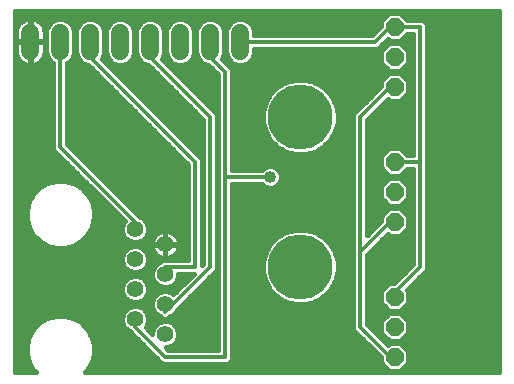
<source format=gtl>
G75*
%MOIN*%
%OFA0B0*%
%FSLAX24Y24*%
%IPPOS*%
%LPD*%
%AMOC8*
5,1,8,0,0,1.08239X$1,22.5*
%
%ADD10C,0.0554*%
%ADD11C,0.0600*%
%ADD12OC8,0.0594*%
%ADD13C,0.0160*%
%ADD14C,0.0140*%
%ADD15C,0.0400*%
%ADD16C,0.2165*%
D10*
X005704Y001930D03*
X004704Y002430D03*
X005704Y002930D03*
X004704Y003430D03*
X005704Y003930D03*
X004704Y004430D03*
X005704Y004930D03*
X004704Y005430D03*
D11*
X005204Y011380D02*
X005204Y011980D01*
X004204Y011980D02*
X004204Y011380D01*
X003204Y011380D02*
X003204Y011980D01*
X002204Y011980D02*
X002204Y011380D01*
X001204Y011380D02*
X001204Y011980D01*
X006204Y011980D02*
X006204Y011380D01*
X007204Y011380D02*
X007204Y011980D01*
X008204Y011980D02*
X008204Y011380D01*
D12*
X013354Y011180D03*
X013354Y012180D03*
X013354Y010180D03*
X013354Y007680D03*
X013354Y006680D03*
X013354Y005680D03*
X013354Y003180D03*
X013354Y002180D03*
X013354Y001180D03*
D13*
X000684Y000660D02*
X000684Y012696D01*
X016844Y012696D01*
X016844Y000660D01*
X003018Y000660D01*
X003100Y000742D01*
X003247Y000998D01*
X003324Y001283D01*
X003324Y001577D01*
X003247Y001862D01*
X003100Y002118D01*
X002891Y002326D01*
X002636Y002474D01*
X002351Y002550D01*
X002056Y002550D01*
X001771Y002474D01*
X001516Y002326D01*
X001308Y002118D01*
X001160Y001862D01*
X001084Y001577D01*
X001084Y001283D01*
X001160Y000998D01*
X001308Y000742D01*
X001390Y000660D01*
X000684Y000660D01*
X000684Y000814D02*
X001266Y000814D01*
X001175Y000973D02*
X000684Y000973D01*
X000684Y001131D02*
X001124Y001131D01*
X001084Y001290D02*
X000684Y001290D01*
X000684Y001448D02*
X001084Y001448D01*
X001092Y001607D02*
X000684Y001607D01*
X000684Y001765D02*
X001134Y001765D01*
X001195Y001924D02*
X000684Y001924D01*
X000684Y002082D02*
X001287Y002082D01*
X001430Y002241D02*
X000684Y002241D01*
X000684Y002399D02*
X001642Y002399D01*
X002765Y002399D02*
X004267Y002399D01*
X004267Y002343D02*
X004333Y002182D01*
X004456Y002059D01*
X004530Y002029D01*
X004609Y001950D01*
X005474Y001085D01*
X005609Y000950D01*
X007799Y000950D01*
X007934Y001085D01*
X007934Y006950D01*
X008925Y006950D01*
X009000Y006875D01*
X009132Y006820D01*
X009275Y006820D01*
X009408Y006875D01*
X009509Y006976D01*
X009564Y007108D01*
X009564Y007252D01*
X009509Y007384D01*
X009408Y007485D01*
X009275Y007540D01*
X009132Y007540D01*
X009000Y007485D01*
X008925Y007410D01*
X007934Y007410D01*
X007934Y010775D01*
X007592Y011117D01*
X007594Y011119D01*
X007664Y011288D01*
X007664Y012071D01*
X007594Y012241D01*
X007464Y012370D01*
X007295Y012440D01*
X007112Y012440D01*
X006943Y012370D01*
X006814Y012241D01*
X006744Y012071D01*
X006744Y011288D01*
X006814Y011119D01*
X006943Y010990D01*
X007112Y010920D01*
X007139Y010920D01*
X007474Y010585D01*
X007474Y001410D01*
X005799Y001410D01*
X005716Y001493D01*
X005791Y001493D01*
X005951Y001559D01*
X006074Y001682D01*
X006141Y001843D01*
X006141Y002017D01*
X006074Y002178D01*
X005951Y002301D01*
X005791Y002367D01*
X005617Y002367D01*
X005456Y002301D01*
X005333Y002178D01*
X005267Y002017D01*
X005267Y001942D01*
X005051Y002159D01*
X005074Y002182D01*
X005141Y002343D01*
X005141Y002517D01*
X005074Y002678D01*
X004951Y002801D01*
X004791Y002867D01*
X004617Y002867D01*
X004456Y002801D01*
X004333Y002678D01*
X004267Y002517D01*
X004267Y002343D01*
X004309Y002241D02*
X002977Y002241D01*
X003121Y002082D02*
X004434Y002082D01*
X004609Y001950D02*
X004609Y001950D01*
X004635Y001924D02*
X003212Y001924D01*
X003274Y001765D02*
X004794Y001765D01*
X004952Y001607D02*
X003316Y001607D01*
X003324Y001448D02*
X005111Y001448D01*
X005269Y001290D02*
X003324Y001290D01*
X003283Y001131D02*
X005428Y001131D01*
X005586Y000973D02*
X003233Y000973D01*
X003141Y000814D02*
X013074Y000814D01*
X013165Y000723D02*
X012897Y000991D01*
X012897Y001162D01*
X012109Y001950D01*
X011974Y002085D01*
X011974Y009275D01*
X012109Y009410D01*
X012897Y010198D01*
X012897Y010369D01*
X013165Y010637D01*
X013543Y010637D01*
X013811Y010369D01*
X013811Y009991D01*
X013543Y009723D01*
X013165Y009723D01*
X013118Y009769D01*
X012434Y009085D01*
X012434Y005235D01*
X012897Y005698D01*
X012897Y005869D01*
X013165Y006137D01*
X013543Y006137D01*
X013811Y005869D01*
X013811Y005491D01*
X013543Y005223D01*
X013165Y005223D01*
X013118Y005269D01*
X012434Y004585D01*
X012434Y002275D01*
X013118Y001591D01*
X013165Y001637D01*
X013543Y001637D01*
X013811Y001369D01*
X013811Y000991D01*
X013543Y000723D01*
X013165Y000723D01*
X013634Y000814D02*
X016844Y000814D01*
X016844Y000973D02*
X013792Y000973D01*
X013811Y001131D02*
X016844Y001131D01*
X016844Y001290D02*
X013811Y001290D01*
X013732Y001448D02*
X016844Y001448D01*
X016844Y001607D02*
X013573Y001607D01*
X013543Y001723D02*
X013165Y001723D01*
X012897Y001991D01*
X012897Y002369D01*
X013165Y002637D01*
X013543Y002637D01*
X013811Y002369D01*
X013811Y001991D01*
X013543Y001723D01*
X013585Y001765D02*
X016844Y001765D01*
X016844Y001924D02*
X013743Y001924D01*
X013811Y002082D02*
X016844Y002082D01*
X016844Y002241D02*
X013811Y002241D01*
X013781Y002399D02*
X016844Y002399D01*
X016844Y002558D02*
X013622Y002558D01*
X013543Y002723D02*
X013165Y002723D01*
X012897Y002991D01*
X012897Y003369D01*
X013165Y003637D01*
X013335Y003637D01*
X013974Y004275D01*
X013974Y007450D01*
X013770Y007450D01*
X013543Y007223D01*
X013165Y007223D01*
X012897Y007491D01*
X012897Y007869D01*
X013165Y008137D01*
X013543Y008137D01*
X013770Y007910D01*
X013974Y007910D01*
X013974Y011950D01*
X013770Y011950D01*
X013543Y011723D01*
X013165Y011723D01*
X013118Y011769D01*
X012799Y011450D01*
X008664Y011450D01*
X008664Y011288D01*
X008594Y011119D01*
X008464Y010990D01*
X008295Y010920D01*
X008112Y010920D01*
X007943Y010990D01*
X007814Y011119D01*
X007744Y011288D01*
X007744Y012071D01*
X007814Y012241D01*
X007943Y012370D01*
X008112Y012440D01*
X008295Y012440D01*
X008464Y012370D01*
X008594Y012241D01*
X008664Y012071D01*
X008664Y011910D01*
X012609Y011910D01*
X012897Y012198D01*
X012897Y012369D01*
X013165Y012637D01*
X013543Y012637D01*
X013770Y012410D01*
X014299Y012410D01*
X014434Y012275D01*
X014434Y004085D01*
X013764Y003415D01*
X013811Y003369D01*
X013811Y002991D01*
X013543Y002723D01*
X013694Y002875D02*
X016844Y002875D01*
X016844Y003033D02*
X013811Y003033D01*
X013811Y003192D02*
X016844Y003192D01*
X016844Y003350D02*
X013811Y003350D01*
X013858Y003509D02*
X016844Y003509D01*
X016844Y003667D02*
X014016Y003667D01*
X014175Y003826D02*
X016844Y003826D01*
X016844Y003984D02*
X014333Y003984D01*
X014434Y004143D02*
X016844Y004143D01*
X016844Y004301D02*
X014434Y004301D01*
X014434Y004460D02*
X016844Y004460D01*
X016844Y004618D02*
X014434Y004618D01*
X014434Y004777D02*
X016844Y004777D01*
X016844Y004935D02*
X014434Y004935D01*
X014434Y005094D02*
X016844Y005094D01*
X016844Y005252D02*
X014434Y005252D01*
X014434Y005411D02*
X016844Y005411D01*
X016844Y005569D02*
X014434Y005569D01*
X014434Y005728D02*
X016844Y005728D01*
X016844Y005886D02*
X014434Y005886D01*
X013974Y005886D02*
X013794Y005886D01*
X013811Y005728D02*
X013974Y005728D01*
X013974Y005569D02*
X013811Y005569D01*
X013730Y005411D02*
X013974Y005411D01*
X013974Y005252D02*
X013572Y005252D01*
X013136Y005252D02*
X013101Y005252D01*
X012943Y005094D02*
X013974Y005094D01*
X013974Y004935D02*
X012784Y004935D01*
X012626Y004777D02*
X013974Y004777D01*
X013974Y004618D02*
X012467Y004618D01*
X012434Y004460D02*
X013974Y004460D01*
X013974Y004301D02*
X012434Y004301D01*
X011974Y004301D02*
X011446Y004301D01*
X011446Y004344D02*
X011362Y004660D01*
X011198Y004943D01*
X010967Y005174D01*
X010683Y005338D01*
X010367Y005423D01*
X010040Y005423D01*
X009724Y005338D01*
X009441Y005174D01*
X009209Y004943D01*
X009046Y004660D01*
X008961Y004344D01*
X008961Y004016D01*
X009046Y003700D01*
X009209Y003417D01*
X009441Y003186D01*
X009724Y003022D01*
X010040Y002937D01*
X010367Y002937D01*
X010683Y003022D01*
X010967Y003186D01*
X011198Y003417D01*
X011362Y003700D01*
X011446Y004016D01*
X011446Y004344D01*
X011415Y004460D02*
X011974Y004460D01*
X011974Y004618D02*
X011373Y004618D01*
X011294Y004777D02*
X011974Y004777D01*
X011974Y004935D02*
X011203Y004935D01*
X011048Y005094D02*
X011974Y005094D01*
X011974Y005252D02*
X010832Y005252D01*
X010413Y005411D02*
X011974Y005411D01*
X011974Y005569D02*
X007934Y005569D01*
X007934Y005411D02*
X009995Y005411D01*
X009575Y005252D02*
X007934Y005252D01*
X007474Y005252D02*
X007434Y005252D01*
X007434Y005411D02*
X007474Y005411D01*
X007474Y005569D02*
X007434Y005569D01*
X007434Y005728D02*
X007474Y005728D01*
X007474Y005886D02*
X007434Y005886D01*
X006974Y005886D02*
X006934Y005886D01*
X006934Y005728D02*
X006974Y005728D01*
X006974Y005569D02*
X006934Y005569D01*
X006934Y005411D02*
X006974Y005411D01*
X006974Y005252D02*
X006934Y005252D01*
X006474Y005252D02*
X006028Y005252D01*
X006052Y005228D02*
X006002Y005279D01*
X005943Y005321D01*
X005879Y005354D01*
X005811Y005376D01*
X005740Y005387D01*
X005712Y005387D01*
X005712Y004939D01*
X005695Y004939D01*
X005695Y005387D01*
X005668Y005387D01*
X005597Y005376D01*
X005528Y005354D01*
X005464Y005321D01*
X005406Y005279D01*
X005355Y005228D01*
X005313Y005170D01*
X005280Y005105D01*
X005258Y005037D01*
X005247Y004966D01*
X005247Y004939D01*
X005695Y004939D01*
X005695Y004921D01*
X005712Y004921D01*
X005712Y004473D01*
X005740Y004473D01*
X005811Y004484D01*
X005879Y004506D01*
X005943Y004539D01*
X006002Y004581D01*
X006052Y004632D01*
X006095Y004690D01*
X006127Y004755D01*
X006150Y004823D01*
X006161Y004894D01*
X006161Y004921D01*
X005712Y004921D01*
X005712Y004939D01*
X006161Y004939D01*
X006161Y004966D01*
X006150Y005037D01*
X006127Y005105D01*
X006095Y005170D01*
X006052Y005228D01*
X006131Y005094D02*
X006474Y005094D01*
X006474Y004935D02*
X005712Y004935D01*
X005695Y004935D02*
X002720Y004935D01*
X002636Y004886D02*
X002891Y005034D01*
X003100Y005242D01*
X003247Y005498D01*
X003324Y005783D01*
X003324Y006077D01*
X003247Y006362D01*
X003100Y006618D01*
X002891Y006826D01*
X002636Y006974D01*
X002351Y007050D01*
X002056Y007050D01*
X001771Y006974D01*
X001516Y006826D01*
X001308Y006618D01*
X001160Y006362D01*
X001084Y006077D01*
X001084Y005783D01*
X001160Y005498D01*
X001308Y005242D01*
X001516Y005034D01*
X001771Y004886D01*
X002056Y004810D01*
X002351Y004810D01*
X002636Y004886D01*
X002951Y005094D02*
X004422Y005094D01*
X004456Y005059D02*
X004617Y004993D01*
X004791Y004993D01*
X004951Y005059D01*
X005074Y005182D01*
X005141Y005343D01*
X005141Y005517D01*
X005074Y005678D01*
X004951Y005801D01*
X004878Y005831D01*
X004799Y005910D01*
X002434Y008275D01*
X002434Y010977D01*
X002464Y010990D01*
X002594Y011119D01*
X002664Y011288D01*
X002664Y012071D01*
X002594Y012241D01*
X002464Y012370D01*
X002295Y012440D01*
X002112Y012440D01*
X001943Y012370D01*
X001814Y012241D01*
X001744Y012071D01*
X001744Y011288D01*
X001814Y011119D01*
X001943Y010990D01*
X001974Y010977D01*
X001974Y008085D01*
X002109Y007950D01*
X004357Y005701D01*
X004333Y005678D01*
X004267Y005517D01*
X004267Y005343D01*
X004333Y005182D01*
X004456Y005059D01*
X004617Y004867D02*
X004456Y004801D01*
X004333Y004678D01*
X004267Y004517D01*
X004267Y004343D01*
X004333Y004182D01*
X004456Y004059D01*
X004617Y003993D01*
X004791Y003993D01*
X004951Y004059D01*
X005074Y004182D01*
X005141Y004343D01*
X005141Y004517D01*
X005074Y004678D01*
X004951Y004801D01*
X004791Y004867D01*
X004617Y004867D01*
X004432Y004777D02*
X000684Y004777D01*
X000684Y004935D02*
X001687Y004935D01*
X001456Y005094D02*
X000684Y005094D01*
X000684Y005252D02*
X001302Y005252D01*
X001210Y005411D02*
X000684Y005411D01*
X000684Y005569D02*
X001141Y005569D01*
X001099Y005728D02*
X000684Y005728D01*
X000684Y005886D02*
X001084Y005886D01*
X001084Y006045D02*
X000684Y006045D01*
X000684Y006203D02*
X001117Y006203D01*
X001160Y006362D02*
X000684Y006362D01*
X000684Y006520D02*
X001251Y006520D01*
X001368Y006679D02*
X000684Y006679D01*
X000684Y006837D02*
X001535Y006837D01*
X001853Y006996D02*
X000684Y006996D01*
X000684Y007154D02*
X002904Y007154D01*
X002746Y007313D02*
X000684Y007313D01*
X000684Y007471D02*
X002587Y007471D01*
X002429Y007630D02*
X000684Y007630D01*
X000684Y007788D02*
X002270Y007788D01*
X002112Y007947D02*
X000684Y007947D01*
X000684Y008105D02*
X001974Y008105D01*
X001974Y008264D02*
X000684Y008264D01*
X000684Y008422D02*
X001974Y008422D01*
X001974Y008581D02*
X000684Y008581D01*
X000684Y008739D02*
X001974Y008739D01*
X001974Y008898D02*
X000684Y008898D01*
X000684Y009056D02*
X001974Y009056D01*
X001974Y009215D02*
X000684Y009215D01*
X000684Y009373D02*
X001974Y009373D01*
X002434Y009373D02*
X004685Y009373D01*
X004844Y009215D02*
X002434Y009215D01*
X002434Y009056D02*
X005002Y009056D01*
X005161Y008898D02*
X002434Y008898D01*
X002434Y008739D02*
X005319Y008739D01*
X005812Y008898D02*
X006974Y008898D01*
X006974Y009056D02*
X005653Y009056D01*
X005495Y009215D02*
X006844Y009215D01*
X006974Y009085D02*
X006974Y004275D01*
X006934Y004235D01*
X006934Y007775D01*
X003592Y011117D01*
X003594Y011119D01*
X003664Y011288D01*
X003664Y012071D01*
X003594Y012241D01*
X003464Y012370D01*
X003295Y012440D01*
X003112Y012440D01*
X002943Y012370D01*
X002814Y012241D01*
X002744Y012071D01*
X002744Y011288D01*
X002814Y011119D01*
X002943Y010990D01*
X003112Y010920D01*
X003139Y010920D01*
X006474Y007585D01*
X006474Y004410D01*
X005609Y004410D01*
X005530Y004331D01*
X005456Y004301D01*
X005333Y004178D01*
X005267Y004017D01*
X005267Y003843D01*
X005333Y003682D01*
X005456Y003559D01*
X005617Y003493D01*
X005791Y003493D01*
X005951Y003559D01*
X006074Y003682D01*
X006141Y003843D01*
X006141Y003950D01*
X006649Y003950D01*
X005975Y003277D01*
X005951Y003301D01*
X005791Y003367D01*
X005617Y003367D01*
X005456Y003301D01*
X005333Y003178D01*
X005267Y003017D01*
X005267Y002843D01*
X005333Y002682D01*
X005456Y002559D01*
X005530Y002529D01*
X005609Y002450D01*
X005799Y002450D01*
X005878Y002529D01*
X005951Y002559D01*
X006074Y002682D01*
X006105Y002756D01*
X007434Y004085D01*
X007434Y009275D01*
X005592Y011117D01*
X005594Y011119D01*
X005664Y011288D01*
X005664Y012071D01*
X005594Y012241D01*
X005464Y012370D01*
X005295Y012440D01*
X005112Y012440D01*
X004943Y012370D01*
X004814Y012241D01*
X004744Y012071D01*
X004744Y011288D01*
X004814Y011119D01*
X004943Y010990D01*
X005112Y010920D01*
X005139Y010920D01*
X006974Y009085D01*
X007434Y009056D02*
X007474Y009056D01*
X007474Y008898D02*
X007434Y008898D01*
X007434Y008739D02*
X007474Y008739D01*
X007934Y008739D02*
X009035Y008739D01*
X009046Y008700D02*
X009209Y008417D01*
X009441Y008186D01*
X009724Y008022D01*
X010040Y007937D01*
X010367Y007937D01*
X010683Y008022D01*
X010967Y008186D01*
X011198Y008417D01*
X011362Y008700D01*
X011446Y009016D01*
X011446Y009344D01*
X011362Y009660D01*
X011198Y009943D01*
X010967Y010174D01*
X010683Y010338D01*
X010367Y010423D01*
X010040Y010423D01*
X009724Y010338D01*
X009441Y010174D01*
X009209Y009943D01*
X009046Y009660D01*
X008961Y009344D01*
X008961Y009016D01*
X009046Y008700D01*
X009115Y008581D02*
X007934Y008581D01*
X007934Y008422D02*
X009206Y008422D01*
X009363Y008264D02*
X007934Y008264D01*
X007934Y008105D02*
X009580Y008105D01*
X010006Y007947D02*
X007934Y007947D01*
X007934Y007788D02*
X011974Y007788D01*
X011974Y007947D02*
X010402Y007947D01*
X010827Y008105D02*
X011974Y008105D01*
X011974Y008264D02*
X011045Y008264D01*
X011201Y008422D02*
X011974Y008422D01*
X011974Y008581D02*
X011293Y008581D01*
X011372Y008739D02*
X011974Y008739D01*
X011974Y008898D02*
X011415Y008898D01*
X011446Y009056D02*
X011974Y009056D01*
X011974Y009215D02*
X011446Y009215D01*
X011439Y009373D02*
X012072Y009373D01*
X012564Y009215D02*
X013974Y009215D01*
X013974Y009373D02*
X012722Y009373D01*
X012881Y009532D02*
X013974Y009532D01*
X013974Y009690D02*
X013039Y009690D01*
X012547Y009849D02*
X011253Y009849D01*
X011344Y009690D02*
X012389Y009690D01*
X012230Y009532D02*
X011396Y009532D01*
X011134Y010007D02*
X012706Y010007D01*
X012864Y010166D02*
X010976Y010166D01*
X010708Y010324D02*
X012897Y010324D01*
X013010Y010483D02*
X007934Y010483D01*
X007934Y010641D02*
X013974Y010641D01*
X013974Y010483D02*
X013697Y010483D01*
X013543Y010723D02*
X013165Y010723D01*
X012897Y010991D01*
X012897Y011369D01*
X013165Y011637D01*
X013543Y011637D01*
X013811Y011369D01*
X013811Y010991D01*
X013543Y010723D01*
X013619Y010800D02*
X013974Y010800D01*
X013974Y010958D02*
X013778Y010958D01*
X013811Y011117D02*
X013974Y011117D01*
X014434Y011117D02*
X016844Y011117D01*
X016844Y010958D02*
X014434Y010958D01*
X014434Y010800D02*
X016844Y010800D01*
X016844Y010641D02*
X014434Y010641D01*
X014434Y010483D02*
X016844Y010483D01*
X016844Y010324D02*
X014434Y010324D01*
X014434Y010166D02*
X016844Y010166D01*
X016844Y010007D02*
X014434Y010007D01*
X014434Y009849D02*
X016844Y009849D01*
X016844Y009690D02*
X014434Y009690D01*
X014434Y009532D02*
X016844Y009532D01*
X016844Y009373D02*
X014434Y009373D01*
X014434Y009215D02*
X016844Y009215D01*
X016844Y009056D02*
X014434Y009056D01*
X014434Y008898D02*
X016844Y008898D01*
X016844Y008739D02*
X014434Y008739D01*
X013974Y008739D02*
X012434Y008739D01*
X012434Y008898D02*
X013974Y008898D01*
X013974Y009056D02*
X012434Y009056D01*
X012434Y008581D02*
X013974Y008581D01*
X013974Y008422D02*
X012434Y008422D01*
X012434Y008264D02*
X013974Y008264D01*
X013974Y008105D02*
X013575Y008105D01*
X013733Y007947D02*
X013974Y007947D01*
X014434Y007947D02*
X016844Y007947D01*
X016844Y008105D02*
X014434Y008105D01*
X014434Y008264D02*
X016844Y008264D01*
X016844Y008422D02*
X014434Y008422D01*
X014434Y008581D02*
X016844Y008581D01*
X016844Y007788D02*
X014434Y007788D01*
X014434Y007630D02*
X016844Y007630D01*
X016844Y007471D02*
X014434Y007471D01*
X014434Y007313D02*
X016844Y007313D01*
X016844Y007154D02*
X014434Y007154D01*
X014434Y006996D02*
X016844Y006996D01*
X016844Y006837D02*
X014434Y006837D01*
X014434Y006679D02*
X016844Y006679D01*
X016844Y006520D02*
X014434Y006520D01*
X014434Y006362D02*
X016844Y006362D01*
X016844Y006203D02*
X014434Y006203D01*
X014434Y006045D02*
X016844Y006045D01*
X013974Y006045D02*
X013635Y006045D01*
X013543Y006223D02*
X013165Y006223D01*
X012897Y006491D01*
X012897Y006869D01*
X013165Y007137D01*
X013543Y007137D01*
X013811Y006869D01*
X013811Y006491D01*
X013543Y006223D01*
X013681Y006362D02*
X013974Y006362D01*
X013974Y006520D02*
X013811Y006520D01*
X013811Y006679D02*
X013974Y006679D01*
X013974Y006837D02*
X013811Y006837D01*
X013684Y006996D02*
X013974Y006996D01*
X013974Y007154D02*
X012434Y007154D01*
X012434Y006996D02*
X013023Y006996D01*
X012897Y006837D02*
X012434Y006837D01*
X012434Y006679D02*
X012897Y006679D01*
X012897Y006520D02*
X012434Y006520D01*
X012434Y006362D02*
X013026Y006362D01*
X012434Y006203D02*
X013974Y006203D01*
X013072Y006045D02*
X012434Y006045D01*
X011974Y006045D02*
X007934Y006045D01*
X007934Y006203D02*
X011974Y006203D01*
X011974Y006362D02*
X007934Y006362D01*
X007934Y006520D02*
X011974Y006520D01*
X011974Y006679D02*
X007934Y006679D01*
X007934Y006837D02*
X009091Y006837D01*
X009316Y006837D02*
X011974Y006837D01*
X011974Y006996D02*
X009517Y006996D01*
X009564Y007154D02*
X011974Y007154D01*
X011974Y007313D02*
X009539Y007313D01*
X009422Y007471D02*
X011974Y007471D01*
X011974Y007630D02*
X007934Y007630D01*
X007934Y007471D02*
X008986Y007471D01*
X007474Y007471D02*
X007434Y007471D01*
X007434Y007313D02*
X007474Y007313D01*
X007474Y007154D02*
X007434Y007154D01*
X007434Y006996D02*
X007474Y006996D01*
X006974Y006996D02*
X006934Y006996D01*
X006934Y007154D02*
X006974Y007154D01*
X006974Y007313D02*
X006934Y007313D01*
X006934Y007471D02*
X006974Y007471D01*
X006974Y007630D02*
X006934Y007630D01*
X006474Y007471D02*
X003238Y007471D01*
X003080Y007630D02*
X006429Y007630D01*
X006270Y007788D02*
X002921Y007788D01*
X002763Y007947D02*
X006112Y007947D01*
X005953Y008105D02*
X002604Y008105D01*
X002446Y008264D02*
X005795Y008264D01*
X005636Y008422D02*
X002434Y008422D01*
X002434Y008581D02*
X005478Y008581D01*
X005970Y008739D02*
X006974Y008739D01*
X006974Y008581D02*
X006129Y008581D01*
X006287Y008422D02*
X006974Y008422D01*
X006974Y008264D02*
X006446Y008264D01*
X006604Y008105D02*
X006974Y008105D01*
X006974Y007947D02*
X006763Y007947D01*
X006921Y007788D02*
X006974Y007788D01*
X007434Y007788D02*
X007474Y007788D01*
X007474Y007947D02*
X007434Y007947D01*
X007434Y008105D02*
X007474Y008105D01*
X007474Y008264D02*
X007434Y008264D01*
X007434Y008422D02*
X007474Y008422D01*
X007474Y008581D02*
X007434Y008581D01*
X007934Y008898D02*
X008993Y008898D01*
X008961Y009056D02*
X007934Y009056D01*
X007934Y009215D02*
X008961Y009215D01*
X008969Y009373D02*
X007934Y009373D01*
X007474Y009373D02*
X007336Y009373D01*
X007434Y009215D02*
X007474Y009215D01*
X006685Y009373D02*
X005336Y009373D01*
X005178Y009532D02*
X006527Y009532D01*
X006368Y009690D02*
X005019Y009690D01*
X004861Y009849D02*
X006210Y009849D01*
X006051Y010007D02*
X004702Y010007D01*
X004544Y010166D02*
X005893Y010166D01*
X005734Y010324D02*
X004385Y010324D01*
X003893Y010166D02*
X002434Y010166D01*
X002434Y010324D02*
X003734Y010324D01*
X003576Y010483D02*
X002434Y010483D01*
X002434Y010641D02*
X003417Y010641D01*
X003259Y010800D02*
X002434Y010800D01*
X002434Y010958D02*
X003020Y010958D01*
X002817Y011117D02*
X002591Y011117D01*
X002658Y011275D02*
X002749Y011275D01*
X002744Y011434D02*
X002664Y011434D01*
X002664Y011592D02*
X002744Y011592D01*
X002744Y011751D02*
X002664Y011751D01*
X002664Y011909D02*
X002744Y011909D01*
X002744Y012068D02*
X002664Y012068D01*
X002600Y012226D02*
X002808Y012226D01*
X002978Y012385D02*
X002429Y012385D01*
X001978Y012385D02*
X001464Y012385D01*
X001455Y012391D02*
X001388Y012425D01*
X001316Y012448D01*
X001242Y012460D01*
X001224Y012460D01*
X001224Y011700D01*
X001684Y011700D01*
X001684Y012018D01*
X001672Y012092D01*
X001649Y012164D01*
X001614Y012232D01*
X001570Y012293D01*
X001516Y012346D01*
X001455Y012391D01*
X001224Y012385D02*
X001184Y012385D01*
X001184Y012460D02*
X001166Y012460D01*
X001091Y012448D01*
X001020Y012425D01*
X000952Y012391D01*
X000891Y012346D01*
X000838Y012293D01*
X000793Y012232D01*
X000759Y012164D01*
X000736Y012092D01*
X000724Y012018D01*
X000724Y011700D01*
X001184Y011700D01*
X001184Y012460D01*
X001184Y012226D02*
X001224Y012226D01*
X000944Y012385D02*
X000684Y012385D01*
X000684Y012543D02*
X013071Y012543D01*
X012912Y012385D02*
X008429Y012385D01*
X008600Y012226D02*
X012897Y012226D01*
X012766Y012068D02*
X008664Y012068D01*
X007808Y012226D02*
X007600Y012226D01*
X007429Y012385D02*
X007978Y012385D01*
X006978Y012385D02*
X006429Y012385D01*
X006464Y012370D02*
X006295Y012440D01*
X006112Y012440D01*
X005943Y012370D01*
X005814Y012241D01*
X005744Y012071D01*
X005744Y011288D01*
X005814Y011119D01*
X005943Y010990D01*
X006112Y010920D01*
X006295Y010920D01*
X006464Y010990D01*
X006594Y011119D01*
X006664Y011288D01*
X006664Y012071D01*
X006594Y012241D01*
X006464Y012370D01*
X006600Y012226D02*
X006808Y012226D01*
X006744Y012068D02*
X006664Y012068D01*
X006664Y011909D02*
X006744Y011909D01*
X006744Y011751D02*
X006664Y011751D01*
X006664Y011592D02*
X006744Y011592D01*
X006744Y011434D02*
X006664Y011434D01*
X006658Y011275D02*
X006749Y011275D01*
X006817Y011117D02*
X006591Y011117D01*
X006387Y010958D02*
X007020Y010958D01*
X007259Y010800D02*
X005910Y010800D01*
X006020Y010958D02*
X005751Y010958D01*
X005817Y011117D02*
X005593Y011117D01*
X005020Y010958D02*
X004387Y010958D01*
X004464Y010990D02*
X004594Y011119D01*
X004664Y011288D01*
X004664Y012071D01*
X004594Y012241D01*
X004464Y012370D01*
X004295Y012440D01*
X004112Y012440D01*
X003943Y012370D01*
X003814Y012241D01*
X003744Y012071D01*
X003744Y011288D01*
X003814Y011119D01*
X003943Y010990D01*
X004112Y010920D01*
X004295Y010920D01*
X004464Y010990D01*
X004591Y011117D02*
X004817Y011117D01*
X004749Y011275D02*
X004658Y011275D01*
X004664Y011434D02*
X004744Y011434D01*
X004744Y011592D02*
X004664Y011592D01*
X004664Y011751D02*
X004744Y011751D01*
X004744Y011909D02*
X004664Y011909D01*
X004664Y012068D02*
X004744Y012068D01*
X004808Y012226D02*
X004600Y012226D01*
X004429Y012385D02*
X004978Y012385D01*
X005429Y012385D02*
X005978Y012385D01*
X005808Y012226D02*
X005600Y012226D01*
X005664Y012068D02*
X005744Y012068D01*
X005744Y011909D02*
X005664Y011909D01*
X005664Y011751D02*
X005744Y011751D01*
X005744Y011592D02*
X005664Y011592D01*
X005664Y011434D02*
X005744Y011434D01*
X005749Y011275D02*
X005658Y011275D01*
X005259Y010800D02*
X003910Y010800D01*
X004020Y010958D02*
X003751Y010958D01*
X003817Y011117D02*
X003593Y011117D01*
X003658Y011275D02*
X003749Y011275D01*
X003744Y011434D02*
X003664Y011434D01*
X003664Y011592D02*
X003744Y011592D01*
X003744Y011751D02*
X003664Y011751D01*
X003664Y011909D02*
X003744Y011909D01*
X003744Y012068D02*
X003664Y012068D01*
X003600Y012226D02*
X003808Y012226D01*
X003978Y012385D02*
X003429Y012385D01*
X001808Y012226D02*
X001617Y012226D01*
X001676Y012068D02*
X001744Y012068D01*
X001744Y011909D02*
X001684Y011909D01*
X001684Y011751D02*
X001744Y011751D01*
X001684Y011660D02*
X001224Y011660D01*
X001224Y011700D01*
X001184Y011700D01*
X001184Y011660D01*
X001224Y011660D01*
X001224Y010900D01*
X001242Y010900D01*
X001316Y010912D01*
X001388Y010935D01*
X001455Y010969D01*
X001516Y011014D01*
X001570Y011067D01*
X001614Y011128D01*
X001649Y011196D01*
X001672Y011268D01*
X001684Y011342D01*
X001684Y011660D01*
X001684Y011592D02*
X001744Y011592D01*
X001744Y011434D02*
X001684Y011434D01*
X001673Y011275D02*
X001749Y011275D01*
X001817Y011117D02*
X001606Y011117D01*
X001433Y010958D02*
X001974Y010958D01*
X001974Y010800D02*
X000684Y010800D01*
X000684Y010958D02*
X000975Y010958D01*
X000952Y010969D02*
X001020Y010935D01*
X001091Y010912D01*
X001166Y010900D01*
X001184Y010900D01*
X001184Y011660D01*
X000724Y011660D01*
X000724Y011342D01*
X000736Y011268D01*
X000759Y011196D01*
X000793Y011128D01*
X000838Y011067D01*
X000891Y011014D01*
X000952Y010969D01*
X000802Y011117D02*
X000684Y011117D01*
X001184Y011117D02*
X001224Y011117D01*
X001224Y010958D02*
X001184Y010958D01*
X000684Y010641D02*
X001974Y010641D01*
X001974Y010483D02*
X000684Y010483D01*
X000684Y010324D02*
X001974Y010324D01*
X001974Y010166D02*
X000684Y010166D01*
X000684Y010007D02*
X001974Y010007D01*
X001974Y009849D02*
X000684Y009849D01*
X000684Y009690D02*
X001974Y009690D01*
X001974Y009532D02*
X000684Y009532D01*
X002434Y009532D02*
X004527Y009532D01*
X004368Y009690D02*
X002434Y009690D01*
X002434Y009849D02*
X004210Y009849D01*
X004051Y010007D02*
X002434Y010007D01*
X004068Y010641D02*
X005417Y010641D01*
X005576Y010483D02*
X004227Y010483D01*
X006068Y010641D02*
X007417Y010641D01*
X007474Y010483D02*
X006227Y010483D01*
X006385Y010324D02*
X007474Y010324D01*
X007474Y010166D02*
X006544Y010166D01*
X006702Y010007D02*
X007474Y010007D01*
X007474Y009849D02*
X006861Y009849D01*
X007019Y009690D02*
X007474Y009690D01*
X007474Y009532D02*
X007178Y009532D01*
X007934Y009532D02*
X009011Y009532D01*
X009063Y009690D02*
X007934Y009690D01*
X007934Y009849D02*
X009155Y009849D01*
X009273Y010007D02*
X007934Y010007D01*
X007934Y010166D02*
X009432Y010166D01*
X009700Y010324D02*
X007934Y010324D01*
X007910Y010800D02*
X013088Y010800D01*
X012930Y010958D02*
X008387Y010958D01*
X008591Y011117D02*
X012897Y011117D01*
X012897Y011275D02*
X008658Y011275D01*
X008664Y011434D02*
X012961Y011434D01*
X012941Y011592D02*
X013120Y011592D01*
X013137Y011751D02*
X013100Y011751D01*
X013570Y011751D02*
X013974Y011751D01*
X013974Y011909D02*
X013729Y011909D01*
X013588Y011592D02*
X013974Y011592D01*
X013974Y011434D02*
X013746Y011434D01*
X013811Y011275D02*
X013974Y011275D01*
X014434Y011275D02*
X016844Y011275D01*
X016844Y011434D02*
X014434Y011434D01*
X014434Y011592D02*
X016844Y011592D01*
X016844Y011751D02*
X014434Y011751D01*
X014434Y011909D02*
X016844Y011909D01*
X016844Y012068D02*
X014434Y012068D01*
X014434Y012226D02*
X016844Y012226D01*
X016844Y012385D02*
X014325Y012385D01*
X013637Y012543D02*
X016844Y012543D01*
X013974Y010324D02*
X013811Y010324D01*
X013811Y010166D02*
X013974Y010166D01*
X013974Y010007D02*
X013811Y010007D01*
X013668Y009849D02*
X013974Y009849D01*
X013133Y008105D02*
X012434Y008105D01*
X012434Y007947D02*
X012974Y007947D01*
X012897Y007788D02*
X012434Y007788D01*
X012434Y007630D02*
X012897Y007630D01*
X012917Y007471D02*
X012434Y007471D01*
X012434Y007313D02*
X013075Y007313D01*
X013632Y007313D02*
X013974Y007313D01*
X012914Y005886D02*
X012434Y005886D01*
X012434Y005728D02*
X012897Y005728D01*
X012768Y005569D02*
X012434Y005569D01*
X012434Y005411D02*
X012609Y005411D01*
X012451Y005252D02*
X012434Y005252D01*
X011974Y005728D02*
X007934Y005728D01*
X007934Y005886D02*
X011974Y005886D01*
X009360Y005094D02*
X007934Y005094D01*
X007934Y004935D02*
X009205Y004935D01*
X009113Y004777D02*
X007934Y004777D01*
X007934Y004618D02*
X009035Y004618D01*
X008992Y004460D02*
X007934Y004460D01*
X007934Y004301D02*
X008961Y004301D01*
X008961Y004143D02*
X007934Y004143D01*
X007934Y003984D02*
X008970Y003984D01*
X009012Y003826D02*
X007934Y003826D01*
X007934Y003667D02*
X009065Y003667D01*
X009157Y003509D02*
X007934Y003509D01*
X007474Y003509D02*
X006858Y003509D01*
X007016Y003667D02*
X007474Y003667D01*
X007474Y003826D02*
X007175Y003826D01*
X007333Y003984D02*
X007474Y003984D01*
X007474Y004143D02*
X007434Y004143D01*
X007434Y004301D02*
X007474Y004301D01*
X007474Y004460D02*
X007434Y004460D01*
X007434Y004618D02*
X007474Y004618D01*
X007474Y004777D02*
X007434Y004777D01*
X007434Y004935D02*
X007474Y004935D01*
X007474Y005094D02*
X007434Y005094D01*
X006974Y005094D02*
X006934Y005094D01*
X006934Y004935D02*
X006974Y004935D01*
X006974Y004777D02*
X006934Y004777D01*
X006934Y004618D02*
X006974Y004618D01*
X006974Y004460D02*
X006934Y004460D01*
X006934Y004301D02*
X006974Y004301D01*
X006474Y004460D02*
X005141Y004460D01*
X005124Y004301D02*
X005457Y004301D01*
X005528Y004506D02*
X005597Y004484D01*
X005668Y004473D01*
X005695Y004473D01*
X005695Y004921D01*
X005247Y004921D01*
X005247Y004894D01*
X005258Y004823D01*
X005280Y004755D01*
X005313Y004690D01*
X005355Y004632D01*
X005406Y004581D01*
X005464Y004539D01*
X005528Y004506D01*
X005369Y004618D02*
X005099Y004618D01*
X004976Y004777D02*
X005273Y004777D01*
X005695Y004777D02*
X005712Y004777D01*
X005695Y004618D02*
X005712Y004618D01*
X006038Y004618D02*
X006474Y004618D01*
X006474Y004777D02*
X006135Y004777D01*
X005712Y005094D02*
X005695Y005094D01*
X005276Y005094D02*
X004986Y005094D01*
X005103Y005252D02*
X005379Y005252D01*
X005141Y005411D02*
X006474Y005411D01*
X006474Y005569D02*
X005119Y005569D01*
X005025Y005728D02*
X006474Y005728D01*
X006474Y005886D02*
X004823Y005886D01*
X004799Y005910D02*
X004799Y005910D01*
X004665Y006045D02*
X006474Y006045D01*
X006474Y006203D02*
X004506Y006203D01*
X004348Y006362D02*
X006474Y006362D01*
X006474Y006520D02*
X004189Y006520D01*
X004031Y006679D02*
X006474Y006679D01*
X006474Y006837D02*
X003872Y006837D01*
X003380Y006679D02*
X003039Y006679D01*
X003156Y006520D02*
X003539Y006520D01*
X003697Y006362D02*
X003248Y006362D01*
X003290Y006203D02*
X003856Y006203D01*
X004014Y006045D02*
X003324Y006045D01*
X003324Y005886D02*
X004173Y005886D01*
X004331Y005728D02*
X003309Y005728D01*
X003267Y005569D02*
X004288Y005569D01*
X004267Y005411D02*
X003197Y005411D01*
X003106Y005252D02*
X004304Y005252D01*
X005695Y005252D02*
X005712Y005252D01*
X004308Y004618D02*
X000684Y004618D01*
X000684Y004460D02*
X004267Y004460D01*
X004284Y004301D02*
X000684Y004301D01*
X000684Y004143D02*
X004373Y004143D01*
X004516Y003826D02*
X000684Y003826D01*
X000684Y003984D02*
X005267Y003984D01*
X005274Y003826D02*
X004891Y003826D01*
X004951Y003801D02*
X004791Y003867D01*
X004617Y003867D01*
X004456Y003801D01*
X004333Y003678D01*
X004267Y003517D01*
X004267Y003343D01*
X004333Y003182D01*
X004456Y003059D01*
X004617Y002993D01*
X004791Y002993D01*
X004951Y003059D01*
X005074Y003182D01*
X005141Y003343D01*
X005141Y003517D01*
X005074Y003678D01*
X004951Y003801D01*
X005079Y003667D02*
X005349Y003667D01*
X005141Y003509D02*
X005579Y003509D01*
X005829Y003509D02*
X006207Y003509D01*
X006059Y003667D02*
X006366Y003667D01*
X006524Y003826D02*
X006134Y003826D01*
X005319Y004143D02*
X005035Y004143D01*
X004329Y003667D02*
X000684Y003667D01*
X000684Y003509D02*
X004267Y003509D01*
X004267Y003350D02*
X000684Y003350D01*
X000684Y003192D02*
X004329Y003192D01*
X004520Y003033D02*
X000684Y003033D01*
X000684Y002875D02*
X005267Y002875D01*
X005273Y003033D02*
X004888Y003033D01*
X005078Y003192D02*
X005347Y003192D01*
X005141Y003350D02*
X005575Y003350D01*
X005832Y003350D02*
X006049Y003350D01*
X006382Y003033D02*
X007474Y003033D01*
X007474Y002875D02*
X006224Y002875D01*
X006088Y002716D02*
X007474Y002716D01*
X007474Y002558D02*
X005947Y002558D01*
X005461Y002558D02*
X005124Y002558D01*
X005036Y002716D02*
X005319Y002716D01*
X005141Y002399D02*
X007474Y002399D01*
X007474Y002241D02*
X006012Y002241D01*
X006114Y002082D02*
X007474Y002082D01*
X007474Y001924D02*
X006141Y001924D01*
X006109Y001765D02*
X007474Y001765D01*
X007934Y001765D02*
X012294Y001765D01*
X012135Y001924D02*
X007934Y001924D01*
X007934Y002082D02*
X011977Y002082D01*
X011974Y002241D02*
X007934Y002241D01*
X007934Y002399D02*
X011974Y002399D01*
X012434Y002399D02*
X012927Y002399D01*
X012897Y002241D02*
X012469Y002241D01*
X012627Y002082D02*
X012897Y002082D01*
X012964Y001924D02*
X012786Y001924D01*
X012944Y001765D02*
X013123Y001765D01*
X013134Y001607D02*
X013103Y001607D01*
X012769Y001290D02*
X007934Y001290D01*
X007934Y001448D02*
X012611Y001448D01*
X012452Y001607D02*
X007934Y001607D01*
X007474Y001607D02*
X005999Y001607D01*
X005761Y001448D02*
X007474Y001448D01*
X007934Y001131D02*
X012897Y001131D01*
X012915Y000973D02*
X007822Y000973D01*
X005294Y002082D02*
X005127Y002082D01*
X005098Y002241D02*
X005396Y002241D01*
X004283Y002558D02*
X000684Y002558D01*
X000684Y002716D02*
X004372Y002716D01*
X006541Y003192D02*
X007474Y003192D01*
X007474Y003350D02*
X006699Y003350D01*
X007934Y003350D02*
X009276Y003350D01*
X009435Y003192D02*
X007934Y003192D01*
X007934Y003033D02*
X009705Y003033D01*
X010702Y003033D02*
X011974Y003033D01*
X011974Y002875D02*
X007934Y002875D01*
X007934Y002716D02*
X011974Y002716D01*
X011974Y002558D02*
X007934Y002558D01*
X010973Y003192D02*
X011974Y003192D01*
X011974Y003350D02*
X011131Y003350D01*
X011251Y003509D02*
X011974Y003509D01*
X011974Y003667D02*
X011343Y003667D01*
X011395Y003826D02*
X011974Y003826D01*
X011974Y003984D02*
X011438Y003984D01*
X011446Y004143D02*
X011974Y004143D01*
X012434Y004143D02*
X013841Y004143D01*
X013683Y003984D02*
X012434Y003984D01*
X012434Y003826D02*
X013524Y003826D01*
X013366Y003667D02*
X012434Y003667D01*
X012434Y003509D02*
X013036Y003509D01*
X012897Y003350D02*
X012434Y003350D01*
X012434Y003192D02*
X012897Y003192D01*
X012897Y003033D02*
X012434Y003033D01*
X012434Y002875D02*
X013013Y002875D01*
X012434Y002716D02*
X016844Y002716D01*
X013085Y002558D02*
X012434Y002558D01*
X007474Y006045D02*
X007434Y006045D01*
X007434Y006203D02*
X007474Y006203D01*
X007474Y006362D02*
X007434Y006362D01*
X007434Y006520D02*
X007474Y006520D01*
X007474Y006679D02*
X007434Y006679D01*
X007434Y006837D02*
X007474Y006837D01*
X006974Y006837D02*
X006934Y006837D01*
X006934Y006679D02*
X006974Y006679D01*
X006974Y006520D02*
X006934Y006520D01*
X006934Y006362D02*
X006974Y006362D01*
X006974Y006203D02*
X006934Y006203D01*
X006934Y006045D02*
X006974Y006045D01*
X006474Y006996D02*
X003714Y006996D01*
X003555Y007154D02*
X006474Y007154D01*
X006474Y007313D02*
X003397Y007313D01*
X003063Y006996D02*
X002555Y006996D01*
X002873Y006837D02*
X003221Y006837D01*
X007434Y007630D02*
X007474Y007630D01*
X007751Y010958D02*
X008020Y010958D01*
X007817Y011117D02*
X007593Y011117D01*
X007658Y011275D02*
X007749Y011275D01*
X007744Y011434D02*
X007664Y011434D01*
X007664Y011592D02*
X007744Y011592D01*
X007744Y011751D02*
X007664Y011751D01*
X007664Y011909D02*
X007744Y011909D01*
X007744Y012068D02*
X007664Y012068D01*
X001224Y012068D02*
X001184Y012068D01*
X001184Y011909D02*
X001224Y011909D01*
X001224Y011751D02*
X001184Y011751D01*
X001184Y011592D02*
X001224Y011592D01*
X001224Y011434D02*
X001184Y011434D01*
X001184Y011275D02*
X001224Y011275D01*
X000734Y011275D02*
X000684Y011275D01*
X000684Y011434D02*
X000724Y011434D01*
X000724Y011592D02*
X000684Y011592D01*
X000684Y011751D02*
X000724Y011751D01*
X000724Y011909D02*
X000684Y011909D01*
X000684Y012068D02*
X000732Y012068D01*
X000684Y012226D02*
X000790Y012226D01*
D14*
X002204Y011680D02*
X002204Y008180D01*
X004704Y005680D01*
X004704Y005430D01*
X005704Y004180D02*
X005704Y003930D01*
X005704Y004180D02*
X006704Y004180D01*
X006704Y007680D01*
X003204Y011180D01*
X003204Y011680D01*
X005204Y011680D02*
X005204Y011180D01*
X007204Y009180D01*
X007204Y004180D01*
X005704Y002680D01*
X005704Y002930D01*
X004704Y002430D02*
X004704Y002180D01*
X005704Y001180D01*
X007704Y001180D01*
X007704Y007180D01*
X009204Y007180D01*
X007704Y007180D02*
X007704Y010680D01*
X007204Y011180D01*
X007204Y011680D01*
X008204Y011680D02*
X012704Y011680D01*
X013204Y012180D01*
X013354Y012180D01*
X014204Y012180D01*
X014204Y007680D01*
X014204Y004180D01*
X013204Y003180D01*
X013354Y003180D01*
X012204Y002180D02*
X012204Y004680D01*
X012204Y009180D01*
X013204Y010180D01*
X013354Y010180D01*
X013354Y007680D02*
X013204Y007680D01*
X013354Y007680D02*
X014204Y007680D01*
X013354Y005680D02*
X013204Y005680D01*
X012204Y004680D01*
X012204Y002180D02*
X013204Y001180D01*
X013354Y001180D01*
D15*
X009204Y007180D03*
D16*
X010204Y009180D03*
X010204Y004180D03*
M02*

</source>
